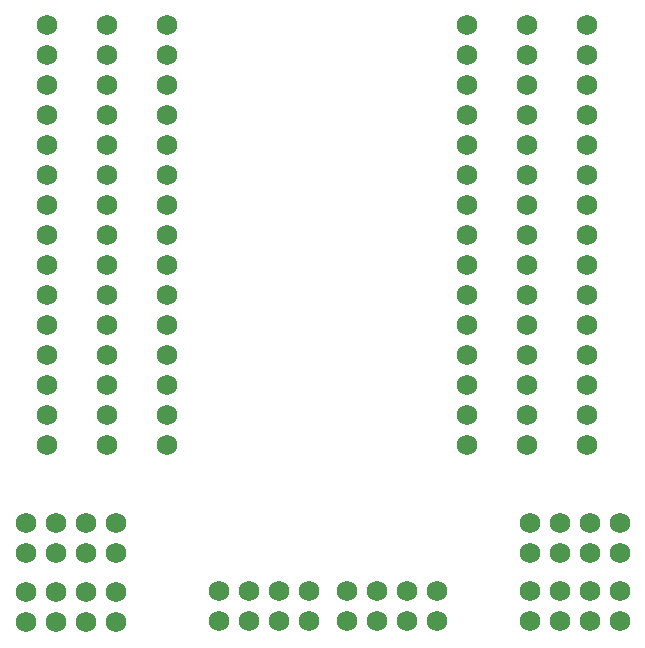
<source format=gbs>
G04*
G04 #@! TF.GenerationSoftware,Altium Limited,Altium Designer,18.0.7 (293)*
G04*
G04 Layer_Color=16711935*
%FSLAX25Y25*%
%MOIN*%
G70*
G01*
G75*
%ADD11C,0.06800*%
D11*
X357500Y219500D02*
D03*
Y229500D02*
D03*
X347500D02*
D03*
Y219500D02*
D03*
X367500D02*
D03*
Y229500D02*
D03*
X377500D02*
D03*
Y219500D02*
D03*
X357500Y242000D02*
D03*
Y252000D02*
D03*
X347500D02*
D03*
Y242000D02*
D03*
X367500D02*
D03*
Y252000D02*
D03*
X377500D02*
D03*
Y242000D02*
D03*
X296500Y219500D02*
D03*
Y229500D02*
D03*
X286500D02*
D03*
Y219500D02*
D03*
X306500D02*
D03*
Y229500D02*
D03*
X316500D02*
D03*
Y219500D02*
D03*
X189500Y219000D02*
D03*
Y229000D02*
D03*
X179500D02*
D03*
Y219000D02*
D03*
X199500D02*
D03*
Y229000D02*
D03*
X209500D02*
D03*
Y219000D02*
D03*
X366500Y278000D02*
D03*
Y288000D02*
D03*
Y308000D02*
D03*
Y298000D02*
D03*
Y338000D02*
D03*
Y348000D02*
D03*
Y328000D02*
D03*
Y318000D02*
D03*
Y398000D02*
D03*
Y408000D02*
D03*
Y418000D02*
D03*
Y378000D02*
D03*
Y388000D02*
D03*
Y368000D02*
D03*
Y358000D02*
D03*
X346500Y278000D02*
D03*
Y288000D02*
D03*
Y308000D02*
D03*
Y298000D02*
D03*
Y338000D02*
D03*
Y348000D02*
D03*
Y328000D02*
D03*
Y318000D02*
D03*
Y398000D02*
D03*
Y408000D02*
D03*
Y418000D02*
D03*
Y378000D02*
D03*
Y388000D02*
D03*
Y368000D02*
D03*
Y358000D02*
D03*
X326500Y278000D02*
D03*
Y288000D02*
D03*
Y308000D02*
D03*
Y298000D02*
D03*
Y338000D02*
D03*
Y348000D02*
D03*
Y328000D02*
D03*
Y318000D02*
D03*
Y398000D02*
D03*
Y408000D02*
D03*
Y418000D02*
D03*
Y378000D02*
D03*
Y388000D02*
D03*
Y368000D02*
D03*
Y358000D02*
D03*
X226500Y278000D02*
D03*
Y288000D02*
D03*
Y308000D02*
D03*
Y298000D02*
D03*
Y338000D02*
D03*
Y348000D02*
D03*
Y328000D02*
D03*
Y318000D02*
D03*
Y398000D02*
D03*
Y408000D02*
D03*
Y418000D02*
D03*
Y378000D02*
D03*
Y388000D02*
D03*
Y368000D02*
D03*
Y358000D02*
D03*
X206500Y278000D02*
D03*
Y288000D02*
D03*
Y308000D02*
D03*
Y298000D02*
D03*
Y338000D02*
D03*
Y348000D02*
D03*
Y328000D02*
D03*
Y318000D02*
D03*
Y398000D02*
D03*
Y408000D02*
D03*
Y418000D02*
D03*
Y378000D02*
D03*
Y388000D02*
D03*
Y368000D02*
D03*
Y358000D02*
D03*
X186500Y278000D02*
D03*
Y288000D02*
D03*
Y308000D02*
D03*
Y298000D02*
D03*
Y338000D02*
D03*
Y348000D02*
D03*
Y328000D02*
D03*
Y318000D02*
D03*
Y398000D02*
D03*
Y408000D02*
D03*
Y418000D02*
D03*
Y378000D02*
D03*
Y388000D02*
D03*
Y368000D02*
D03*
Y358000D02*
D03*
X274000Y219500D02*
D03*
Y229500D02*
D03*
X264000D02*
D03*
Y219500D02*
D03*
X244000D02*
D03*
Y229500D02*
D03*
X254000D02*
D03*
Y219500D02*
D03*
X209500Y242000D02*
D03*
Y252000D02*
D03*
X199500D02*
D03*
Y242000D02*
D03*
X179500D02*
D03*
Y252000D02*
D03*
X189500D02*
D03*
Y242000D02*
D03*
M02*

</source>
